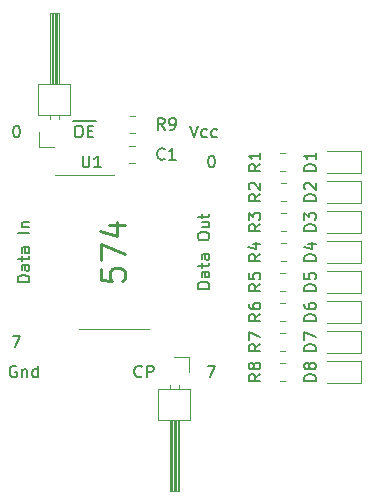
<source format=gbr>
%TF.GenerationSoftware,KiCad,Pcbnew,(5.1.9)-1*%
%TF.CreationDate,2023-01-12T13:49:32+03:00*%
%TF.ProjectId,STACK1,53544143-4b31-42e6-9b69-6361645f7063,rev?*%
%TF.SameCoordinates,Original*%
%TF.FileFunction,Legend,Top*%
%TF.FilePolarity,Positive*%
%FSLAX46Y46*%
G04 Gerber Fmt 4.6, Leading zero omitted, Abs format (unit mm)*
G04 Created by KiCad (PCBNEW (5.1.9)-1) date 2023-01-12 13:49:32*
%MOMM*%
%LPD*%
G01*
G04 APERTURE LIST*
%ADD10C,0.250000*%
%ADD11C,0.150000*%
%ADD12C,0.120000*%
G04 APERTURE END LIST*
D10*
X59864761Y-39528571D02*
X59864761Y-40480952D01*
X60817142Y-40576190D01*
X60721904Y-40480952D01*
X60626666Y-40290476D01*
X60626666Y-39814285D01*
X60721904Y-39623809D01*
X60817142Y-39528571D01*
X61007619Y-39433333D01*
X61483809Y-39433333D01*
X61674285Y-39528571D01*
X61769523Y-39623809D01*
X61864761Y-39814285D01*
X61864761Y-40290476D01*
X61769523Y-40480952D01*
X61674285Y-40576190D01*
X59864761Y-38766666D02*
X59864761Y-37433333D01*
X61864761Y-38290476D01*
X60531428Y-35814285D02*
X61864761Y-35814285D01*
X59769523Y-36290476D02*
X61198095Y-36766666D01*
X61198095Y-35528571D01*
D11*
X68881666Y-47712380D02*
X69548333Y-47712380D01*
X69119761Y-48712380D01*
X52371666Y-45172380D02*
X53038333Y-45172380D01*
X52609761Y-46172380D01*
X69167380Y-29932380D02*
X69262619Y-29932380D01*
X69357857Y-29980000D01*
X69405476Y-30027619D01*
X69453095Y-30122857D01*
X69500714Y-30313333D01*
X69500714Y-30551428D01*
X69453095Y-30741904D01*
X69405476Y-30837142D01*
X69357857Y-30884761D01*
X69262619Y-30932380D01*
X69167380Y-30932380D01*
X69072142Y-30884761D01*
X69024523Y-30837142D01*
X68976904Y-30741904D01*
X68929285Y-30551428D01*
X68929285Y-30313333D01*
X68976904Y-30122857D01*
X69024523Y-30027619D01*
X69072142Y-29980000D01*
X69167380Y-29932380D01*
X52657380Y-27392380D02*
X52752619Y-27392380D01*
X52847857Y-27440000D01*
X52895476Y-27487619D01*
X52943095Y-27582857D01*
X52990714Y-27773333D01*
X52990714Y-28011428D01*
X52943095Y-28201904D01*
X52895476Y-28297142D01*
X52847857Y-28344761D01*
X52752619Y-28392380D01*
X52657380Y-28392380D01*
X52562142Y-28344761D01*
X52514523Y-28297142D01*
X52466904Y-28201904D01*
X52419285Y-28011428D01*
X52419285Y-27773333D01*
X52466904Y-27582857D01*
X52514523Y-27487619D01*
X52562142Y-27440000D01*
X52657380Y-27392380D01*
X69032380Y-41195238D02*
X68032380Y-41195238D01*
X68032380Y-40957142D01*
X68080000Y-40814285D01*
X68175238Y-40719047D01*
X68270476Y-40671428D01*
X68460952Y-40623809D01*
X68603809Y-40623809D01*
X68794285Y-40671428D01*
X68889523Y-40719047D01*
X68984761Y-40814285D01*
X69032380Y-40957142D01*
X69032380Y-41195238D01*
X69032380Y-39766666D02*
X68508571Y-39766666D01*
X68413333Y-39814285D01*
X68365714Y-39909523D01*
X68365714Y-40100000D01*
X68413333Y-40195238D01*
X68984761Y-39766666D02*
X69032380Y-39861904D01*
X69032380Y-40100000D01*
X68984761Y-40195238D01*
X68889523Y-40242857D01*
X68794285Y-40242857D01*
X68699047Y-40195238D01*
X68651428Y-40100000D01*
X68651428Y-39861904D01*
X68603809Y-39766666D01*
X68365714Y-39433333D02*
X68365714Y-39052380D01*
X68032380Y-39290476D02*
X68889523Y-39290476D01*
X68984761Y-39242857D01*
X69032380Y-39147619D01*
X69032380Y-39052380D01*
X69032380Y-38290476D02*
X68508571Y-38290476D01*
X68413333Y-38338095D01*
X68365714Y-38433333D01*
X68365714Y-38623809D01*
X68413333Y-38719047D01*
X68984761Y-38290476D02*
X69032380Y-38385714D01*
X69032380Y-38623809D01*
X68984761Y-38719047D01*
X68889523Y-38766666D01*
X68794285Y-38766666D01*
X68699047Y-38719047D01*
X68651428Y-38623809D01*
X68651428Y-38385714D01*
X68603809Y-38290476D01*
X68032380Y-36861904D02*
X68032380Y-36671428D01*
X68080000Y-36576190D01*
X68175238Y-36480952D01*
X68365714Y-36433333D01*
X68699047Y-36433333D01*
X68889523Y-36480952D01*
X68984761Y-36576190D01*
X69032380Y-36671428D01*
X69032380Y-36861904D01*
X68984761Y-36957142D01*
X68889523Y-37052380D01*
X68699047Y-37100000D01*
X68365714Y-37100000D01*
X68175238Y-37052380D01*
X68080000Y-36957142D01*
X68032380Y-36861904D01*
X68365714Y-35576190D02*
X69032380Y-35576190D01*
X68365714Y-36004761D02*
X68889523Y-36004761D01*
X68984761Y-35957142D01*
X69032380Y-35861904D01*
X69032380Y-35719047D01*
X68984761Y-35623809D01*
X68937142Y-35576190D01*
X68365714Y-35242857D02*
X68365714Y-34861904D01*
X68032380Y-35100000D02*
X68889523Y-35100000D01*
X68984761Y-35052380D01*
X69032380Y-34957142D01*
X69032380Y-34861904D01*
X53792380Y-40623809D02*
X52792380Y-40623809D01*
X52792380Y-40385714D01*
X52840000Y-40242857D01*
X52935238Y-40147619D01*
X53030476Y-40100000D01*
X53220952Y-40052380D01*
X53363809Y-40052380D01*
X53554285Y-40100000D01*
X53649523Y-40147619D01*
X53744761Y-40242857D01*
X53792380Y-40385714D01*
X53792380Y-40623809D01*
X53792380Y-39195238D02*
X53268571Y-39195238D01*
X53173333Y-39242857D01*
X53125714Y-39338095D01*
X53125714Y-39528571D01*
X53173333Y-39623809D01*
X53744761Y-39195238D02*
X53792380Y-39290476D01*
X53792380Y-39528571D01*
X53744761Y-39623809D01*
X53649523Y-39671428D01*
X53554285Y-39671428D01*
X53459047Y-39623809D01*
X53411428Y-39528571D01*
X53411428Y-39290476D01*
X53363809Y-39195238D01*
X53125714Y-38861904D02*
X53125714Y-38480952D01*
X52792380Y-38719047D02*
X53649523Y-38719047D01*
X53744761Y-38671428D01*
X53792380Y-38576190D01*
X53792380Y-38480952D01*
X53792380Y-37719047D02*
X53268571Y-37719047D01*
X53173333Y-37766666D01*
X53125714Y-37861904D01*
X53125714Y-38052380D01*
X53173333Y-38147619D01*
X53744761Y-37719047D02*
X53792380Y-37814285D01*
X53792380Y-38052380D01*
X53744761Y-38147619D01*
X53649523Y-38195238D01*
X53554285Y-38195238D01*
X53459047Y-38147619D01*
X53411428Y-38052380D01*
X53411428Y-37814285D01*
X53363809Y-37719047D01*
X53792380Y-36480952D02*
X52792380Y-36480952D01*
X53125714Y-36004761D02*
X53792380Y-36004761D01*
X53220952Y-36004761D02*
X53173333Y-35957142D01*
X53125714Y-35861904D01*
X53125714Y-35719047D01*
X53173333Y-35623809D01*
X53268571Y-35576190D01*
X53792380Y-35576190D01*
X67389523Y-27392380D02*
X67722857Y-28392380D01*
X68056190Y-27392380D01*
X68818095Y-28344761D02*
X68722857Y-28392380D01*
X68532380Y-28392380D01*
X68437142Y-28344761D01*
X68389523Y-28297142D01*
X68341904Y-28201904D01*
X68341904Y-27916190D01*
X68389523Y-27820952D01*
X68437142Y-27773333D01*
X68532380Y-27725714D01*
X68722857Y-27725714D01*
X68818095Y-27773333D01*
X69675238Y-28344761D02*
X69580000Y-28392380D01*
X69389523Y-28392380D01*
X69294285Y-28344761D01*
X69246666Y-28297142D01*
X69199047Y-28201904D01*
X69199047Y-27916190D01*
X69246666Y-27820952D01*
X69294285Y-27773333D01*
X69389523Y-27725714D01*
X69580000Y-27725714D01*
X69675238Y-27773333D01*
X52697142Y-47760000D02*
X52601904Y-47712380D01*
X52459047Y-47712380D01*
X52316190Y-47760000D01*
X52220952Y-47855238D01*
X52173333Y-47950476D01*
X52125714Y-48140952D01*
X52125714Y-48283809D01*
X52173333Y-48474285D01*
X52220952Y-48569523D01*
X52316190Y-48664761D01*
X52459047Y-48712380D01*
X52554285Y-48712380D01*
X52697142Y-48664761D01*
X52744761Y-48617142D01*
X52744761Y-48283809D01*
X52554285Y-48283809D01*
X53173333Y-48045714D02*
X53173333Y-48712380D01*
X53173333Y-48140952D02*
X53220952Y-48093333D01*
X53316190Y-48045714D01*
X53459047Y-48045714D01*
X53554285Y-48093333D01*
X53601904Y-48188571D01*
X53601904Y-48712380D01*
X54506666Y-48712380D02*
X54506666Y-47712380D01*
X54506666Y-48664761D02*
X54411428Y-48712380D01*
X54220952Y-48712380D01*
X54125714Y-48664761D01*
X54078095Y-48617142D01*
X54030476Y-48521904D01*
X54030476Y-48236190D01*
X54078095Y-48140952D01*
X54125714Y-48093333D01*
X54220952Y-48045714D01*
X54411428Y-48045714D01*
X54506666Y-48093333D01*
X63309523Y-48617142D02*
X63261904Y-48664761D01*
X63119047Y-48712380D01*
X63023809Y-48712380D01*
X62880952Y-48664761D01*
X62785714Y-48569523D01*
X62738095Y-48474285D01*
X62690476Y-48283809D01*
X62690476Y-48140952D01*
X62738095Y-47950476D01*
X62785714Y-47855238D01*
X62880952Y-47760000D01*
X63023809Y-47712380D01*
X63119047Y-47712380D01*
X63261904Y-47760000D01*
X63309523Y-47807619D01*
X63738095Y-48712380D02*
X63738095Y-47712380D01*
X64119047Y-47712380D01*
X64214285Y-47760000D01*
X64261904Y-47807619D01*
X64309523Y-47902857D01*
X64309523Y-48045714D01*
X64261904Y-48140952D01*
X64214285Y-48188571D01*
X64119047Y-48236190D01*
X63738095Y-48236190D01*
X57443809Y-27025000D02*
X58491428Y-27025000D01*
X57872380Y-27392380D02*
X58062857Y-27392380D01*
X58158095Y-27440000D01*
X58253333Y-27535238D01*
X58300952Y-27725714D01*
X58300952Y-28059047D01*
X58253333Y-28249523D01*
X58158095Y-28344761D01*
X58062857Y-28392380D01*
X57872380Y-28392380D01*
X57777142Y-28344761D01*
X57681904Y-28249523D01*
X57634285Y-28059047D01*
X57634285Y-27725714D01*
X57681904Y-27535238D01*
X57777142Y-27440000D01*
X57872380Y-27392380D01*
X58491428Y-27025000D02*
X59396190Y-27025000D01*
X58729523Y-27868571D02*
X59062857Y-27868571D01*
X59205714Y-28392380D02*
X58729523Y-28392380D01*
X58729523Y-27392380D01*
X59205714Y-27392380D01*
D12*
%TO.C,R9*%
X62272936Y-28040000D02*
X62727064Y-28040000D01*
X62272936Y-26570000D02*
X62727064Y-26570000D01*
%TO.C,J4*%
X54550000Y-26500000D02*
X57210000Y-26500000D01*
X57210000Y-26500000D02*
X57210000Y-23840000D01*
X57210000Y-23840000D02*
X54550000Y-23840000D01*
X54550000Y-23840000D02*
X54550000Y-26500000D01*
X55500000Y-23840000D02*
X55500000Y-17840000D01*
X55500000Y-17840000D02*
X56260000Y-17840000D01*
X56260000Y-17840000D02*
X56260000Y-23840000D01*
X55560000Y-23840000D02*
X55560000Y-17840000D01*
X55680000Y-23840000D02*
X55680000Y-17840000D01*
X55800000Y-23840000D02*
X55800000Y-17840000D01*
X55920000Y-23840000D02*
X55920000Y-17840000D01*
X56040000Y-23840000D02*
X56040000Y-17840000D01*
X56160000Y-23840000D02*
X56160000Y-17840000D01*
X55500000Y-26830000D02*
X55500000Y-26500000D01*
X56260000Y-26830000D02*
X56260000Y-26500000D01*
X55880000Y-29210000D02*
X54610000Y-29210000D01*
X54610000Y-29210000D02*
X54610000Y-27940000D01*
%TO.C,J3*%
X67370000Y-49700000D02*
X64710000Y-49700000D01*
X64710000Y-49700000D02*
X64710000Y-52360000D01*
X64710000Y-52360000D02*
X67370000Y-52360000D01*
X67370000Y-52360000D02*
X67370000Y-49700000D01*
X66420000Y-52360000D02*
X66420000Y-58360000D01*
X66420000Y-58360000D02*
X65660000Y-58360000D01*
X65660000Y-58360000D02*
X65660000Y-52360000D01*
X66360000Y-52360000D02*
X66360000Y-58360000D01*
X66240000Y-52360000D02*
X66240000Y-58360000D01*
X66120000Y-52360000D02*
X66120000Y-58360000D01*
X66000000Y-52360000D02*
X66000000Y-58360000D01*
X65880000Y-52360000D02*
X65880000Y-58360000D01*
X65760000Y-52360000D02*
X65760000Y-58360000D01*
X66420000Y-49370000D02*
X66420000Y-49700000D01*
X65660000Y-49370000D02*
X65660000Y-49700000D01*
X66040000Y-46990000D02*
X67310000Y-46990000D01*
X67310000Y-46990000D02*
X67310000Y-48260000D01*
%TO.C,C1*%
X62723752Y-30580000D02*
X62201248Y-30580000D01*
X62723752Y-29110000D02*
X62201248Y-29110000D01*
%TO.C,D1*%
X79010000Y-31440000D02*
X81870000Y-31440000D01*
X81870000Y-31440000D02*
X81870000Y-29520000D01*
X81870000Y-29520000D02*
X79010000Y-29520000D01*
%TO.C,D2*%
X79010000Y-33980000D02*
X81870000Y-33980000D01*
X81870000Y-33980000D02*
X81870000Y-32060000D01*
X81870000Y-32060000D02*
X79010000Y-32060000D01*
%TO.C,D3*%
X81870000Y-34600000D02*
X79010000Y-34600000D01*
X81870000Y-36520000D02*
X81870000Y-34600000D01*
X79010000Y-36520000D02*
X81870000Y-36520000D01*
%TO.C,D4*%
X79010000Y-39060000D02*
X81870000Y-39060000D01*
X81870000Y-39060000D02*
X81870000Y-37140000D01*
X81870000Y-37140000D02*
X79010000Y-37140000D01*
%TO.C,D5*%
X81870000Y-39680000D02*
X79010000Y-39680000D01*
X81870000Y-41600000D02*
X81870000Y-39680000D01*
X79010000Y-41600000D02*
X81870000Y-41600000D01*
%TO.C,D6*%
X81870000Y-42220000D02*
X79010000Y-42220000D01*
X81870000Y-44140000D02*
X81870000Y-42220000D01*
X79010000Y-44140000D02*
X81870000Y-44140000D01*
%TO.C,D7*%
X81870000Y-44760000D02*
X79010000Y-44760000D01*
X81870000Y-46680000D02*
X81870000Y-44760000D01*
X79010000Y-46680000D02*
X81870000Y-46680000D01*
%TO.C,D8*%
X79010000Y-49220000D02*
X81870000Y-49220000D01*
X81870000Y-49220000D02*
X81870000Y-47300000D01*
X81870000Y-47300000D02*
X79010000Y-47300000D01*
%TO.C,R1*%
X75427064Y-31215000D02*
X74972936Y-31215000D01*
X75427064Y-29745000D02*
X74972936Y-29745000D01*
%TO.C,R2*%
X75522064Y-33755000D02*
X75067936Y-33755000D01*
X75522064Y-32285000D02*
X75067936Y-32285000D01*
%TO.C,R3*%
X75522064Y-34825000D02*
X75067936Y-34825000D01*
X75522064Y-36295000D02*
X75067936Y-36295000D01*
%TO.C,R4*%
X75522064Y-37365000D02*
X75067936Y-37365000D01*
X75522064Y-38835000D02*
X75067936Y-38835000D01*
%TO.C,R5*%
X75427064Y-41375000D02*
X74972936Y-41375000D01*
X75427064Y-39905000D02*
X74972936Y-39905000D01*
%TO.C,R6*%
X75427064Y-42445000D02*
X74972936Y-42445000D01*
X75427064Y-43915000D02*
X74972936Y-43915000D01*
%TO.C,R7*%
X75427064Y-44985000D02*
X74972936Y-44985000D01*
X75427064Y-46455000D02*
X74972936Y-46455000D01*
%TO.C,R8*%
X75427064Y-48995000D02*
X74972936Y-48995000D01*
X75427064Y-47525000D02*
X74972936Y-47525000D01*
%TO.C,U1*%
X57960000Y-44630000D02*
X63960000Y-44630000D01*
X55960000Y-31570000D02*
X60960000Y-31570000D01*
%TO.C,R9*%
D11*
X65238333Y-27757380D02*
X64905000Y-27281190D01*
X64666904Y-27757380D02*
X64666904Y-26757380D01*
X65047857Y-26757380D01*
X65143095Y-26805000D01*
X65190714Y-26852619D01*
X65238333Y-26947857D01*
X65238333Y-27090714D01*
X65190714Y-27185952D01*
X65143095Y-27233571D01*
X65047857Y-27281190D01*
X64666904Y-27281190D01*
X65714523Y-27757380D02*
X65905000Y-27757380D01*
X66000238Y-27709761D01*
X66047857Y-27662142D01*
X66143095Y-27519285D01*
X66190714Y-27328809D01*
X66190714Y-26947857D01*
X66143095Y-26852619D01*
X66095476Y-26805000D01*
X66000238Y-26757380D01*
X65809761Y-26757380D01*
X65714523Y-26805000D01*
X65666904Y-26852619D01*
X65619285Y-26947857D01*
X65619285Y-27185952D01*
X65666904Y-27281190D01*
X65714523Y-27328809D01*
X65809761Y-27376428D01*
X66000238Y-27376428D01*
X66095476Y-27328809D01*
X66143095Y-27281190D01*
X66190714Y-27185952D01*
%TO.C,C1*%
X65238333Y-30202142D02*
X65190714Y-30249761D01*
X65047857Y-30297380D01*
X64952619Y-30297380D01*
X64809761Y-30249761D01*
X64714523Y-30154523D01*
X64666904Y-30059285D01*
X64619285Y-29868809D01*
X64619285Y-29725952D01*
X64666904Y-29535476D01*
X64714523Y-29440238D01*
X64809761Y-29345000D01*
X64952619Y-29297380D01*
X65047857Y-29297380D01*
X65190714Y-29345000D01*
X65238333Y-29392619D01*
X66190714Y-30297380D02*
X65619285Y-30297380D01*
X65905000Y-30297380D02*
X65905000Y-29297380D01*
X65809761Y-29440238D01*
X65714523Y-29535476D01*
X65619285Y-29583095D01*
%TO.C,D1*%
X78049380Y-31218095D02*
X77049380Y-31218095D01*
X77049380Y-30980000D01*
X77097000Y-30837142D01*
X77192238Y-30741904D01*
X77287476Y-30694285D01*
X77477952Y-30646666D01*
X77620809Y-30646666D01*
X77811285Y-30694285D01*
X77906523Y-30741904D01*
X78001761Y-30837142D01*
X78049380Y-30980000D01*
X78049380Y-31218095D01*
X78049380Y-29694285D02*
X78049380Y-30265714D01*
X78049380Y-29980000D02*
X77049380Y-29980000D01*
X77192238Y-30075238D01*
X77287476Y-30170476D01*
X77335095Y-30265714D01*
%TO.C,D2*%
X78049380Y-33758095D02*
X77049380Y-33758095D01*
X77049380Y-33520000D01*
X77097000Y-33377142D01*
X77192238Y-33281904D01*
X77287476Y-33234285D01*
X77477952Y-33186666D01*
X77620809Y-33186666D01*
X77811285Y-33234285D01*
X77906523Y-33281904D01*
X78001761Y-33377142D01*
X78049380Y-33520000D01*
X78049380Y-33758095D01*
X77144619Y-32805714D02*
X77097000Y-32758095D01*
X77049380Y-32662857D01*
X77049380Y-32424761D01*
X77097000Y-32329523D01*
X77144619Y-32281904D01*
X77239857Y-32234285D01*
X77335095Y-32234285D01*
X77477952Y-32281904D01*
X78049380Y-32853333D01*
X78049380Y-32234285D01*
%TO.C,D3*%
X78049380Y-36298095D02*
X77049380Y-36298095D01*
X77049380Y-36060000D01*
X77097000Y-35917142D01*
X77192238Y-35821904D01*
X77287476Y-35774285D01*
X77477952Y-35726666D01*
X77620809Y-35726666D01*
X77811285Y-35774285D01*
X77906523Y-35821904D01*
X78001761Y-35917142D01*
X78049380Y-36060000D01*
X78049380Y-36298095D01*
X77049380Y-35393333D02*
X77049380Y-34774285D01*
X77430333Y-35107619D01*
X77430333Y-34964761D01*
X77477952Y-34869523D01*
X77525571Y-34821904D01*
X77620809Y-34774285D01*
X77858904Y-34774285D01*
X77954142Y-34821904D01*
X78001761Y-34869523D01*
X78049380Y-34964761D01*
X78049380Y-35250476D01*
X78001761Y-35345714D01*
X77954142Y-35393333D01*
%TO.C,D4*%
X78049380Y-38838095D02*
X77049380Y-38838095D01*
X77049380Y-38600000D01*
X77097000Y-38457142D01*
X77192238Y-38361904D01*
X77287476Y-38314285D01*
X77477952Y-38266666D01*
X77620809Y-38266666D01*
X77811285Y-38314285D01*
X77906523Y-38361904D01*
X78001761Y-38457142D01*
X78049380Y-38600000D01*
X78049380Y-38838095D01*
X77382714Y-37409523D02*
X78049380Y-37409523D01*
X77001761Y-37647619D02*
X77716047Y-37885714D01*
X77716047Y-37266666D01*
%TO.C,D5*%
X78049380Y-41378095D02*
X77049380Y-41378095D01*
X77049380Y-41140000D01*
X77097000Y-40997142D01*
X77192238Y-40901904D01*
X77287476Y-40854285D01*
X77477952Y-40806666D01*
X77620809Y-40806666D01*
X77811285Y-40854285D01*
X77906523Y-40901904D01*
X78001761Y-40997142D01*
X78049380Y-41140000D01*
X78049380Y-41378095D01*
X77049380Y-39901904D02*
X77049380Y-40378095D01*
X77525571Y-40425714D01*
X77477952Y-40378095D01*
X77430333Y-40282857D01*
X77430333Y-40044761D01*
X77477952Y-39949523D01*
X77525571Y-39901904D01*
X77620809Y-39854285D01*
X77858904Y-39854285D01*
X77954142Y-39901904D01*
X78001761Y-39949523D01*
X78049380Y-40044761D01*
X78049380Y-40282857D01*
X78001761Y-40378095D01*
X77954142Y-40425714D01*
%TO.C,D6*%
X78049380Y-43918095D02*
X77049380Y-43918095D01*
X77049380Y-43680000D01*
X77097000Y-43537142D01*
X77192238Y-43441904D01*
X77287476Y-43394285D01*
X77477952Y-43346666D01*
X77620809Y-43346666D01*
X77811285Y-43394285D01*
X77906523Y-43441904D01*
X78001761Y-43537142D01*
X78049380Y-43680000D01*
X78049380Y-43918095D01*
X77049380Y-42489523D02*
X77049380Y-42680000D01*
X77097000Y-42775238D01*
X77144619Y-42822857D01*
X77287476Y-42918095D01*
X77477952Y-42965714D01*
X77858904Y-42965714D01*
X77954142Y-42918095D01*
X78001761Y-42870476D01*
X78049380Y-42775238D01*
X78049380Y-42584761D01*
X78001761Y-42489523D01*
X77954142Y-42441904D01*
X77858904Y-42394285D01*
X77620809Y-42394285D01*
X77525571Y-42441904D01*
X77477952Y-42489523D01*
X77430333Y-42584761D01*
X77430333Y-42775238D01*
X77477952Y-42870476D01*
X77525571Y-42918095D01*
X77620809Y-42965714D01*
%TO.C,D7*%
X78049380Y-46458095D02*
X77049380Y-46458095D01*
X77049380Y-46220000D01*
X77097000Y-46077142D01*
X77192238Y-45981904D01*
X77287476Y-45934285D01*
X77477952Y-45886666D01*
X77620809Y-45886666D01*
X77811285Y-45934285D01*
X77906523Y-45981904D01*
X78001761Y-46077142D01*
X78049380Y-46220000D01*
X78049380Y-46458095D01*
X77049380Y-45553333D02*
X77049380Y-44886666D01*
X78049380Y-45315238D01*
%TO.C,D8*%
X78049380Y-48998095D02*
X77049380Y-48998095D01*
X77049380Y-48760000D01*
X77097000Y-48617142D01*
X77192238Y-48521904D01*
X77287476Y-48474285D01*
X77477952Y-48426666D01*
X77620809Y-48426666D01*
X77811285Y-48474285D01*
X77906523Y-48521904D01*
X78001761Y-48617142D01*
X78049380Y-48760000D01*
X78049380Y-48998095D01*
X77477952Y-47855238D02*
X77430333Y-47950476D01*
X77382714Y-47998095D01*
X77287476Y-48045714D01*
X77239857Y-48045714D01*
X77144619Y-47998095D01*
X77097000Y-47950476D01*
X77049380Y-47855238D01*
X77049380Y-47664761D01*
X77097000Y-47569523D01*
X77144619Y-47521904D01*
X77239857Y-47474285D01*
X77287476Y-47474285D01*
X77382714Y-47521904D01*
X77430333Y-47569523D01*
X77477952Y-47664761D01*
X77477952Y-47855238D01*
X77525571Y-47950476D01*
X77573190Y-47998095D01*
X77668428Y-48045714D01*
X77858904Y-48045714D01*
X77954142Y-47998095D01*
X78001761Y-47950476D01*
X78049380Y-47855238D01*
X78049380Y-47664761D01*
X78001761Y-47569523D01*
X77954142Y-47521904D01*
X77858904Y-47474285D01*
X77668428Y-47474285D01*
X77573190Y-47521904D01*
X77525571Y-47569523D01*
X77477952Y-47664761D01*
%TO.C,R1*%
X73350380Y-30646666D02*
X72874190Y-30980000D01*
X73350380Y-31218095D02*
X72350380Y-31218095D01*
X72350380Y-30837142D01*
X72398000Y-30741904D01*
X72445619Y-30694285D01*
X72540857Y-30646666D01*
X72683714Y-30646666D01*
X72778952Y-30694285D01*
X72826571Y-30741904D01*
X72874190Y-30837142D01*
X72874190Y-31218095D01*
X73350380Y-29694285D02*
X73350380Y-30265714D01*
X73350380Y-29980000D02*
X72350380Y-29980000D01*
X72493238Y-30075238D01*
X72588476Y-30170476D01*
X72636095Y-30265714D01*
%TO.C,R2*%
X73350380Y-33186666D02*
X72874190Y-33520000D01*
X73350380Y-33758095D02*
X72350380Y-33758095D01*
X72350380Y-33377142D01*
X72398000Y-33281904D01*
X72445619Y-33234285D01*
X72540857Y-33186666D01*
X72683714Y-33186666D01*
X72778952Y-33234285D01*
X72826571Y-33281904D01*
X72874190Y-33377142D01*
X72874190Y-33758095D01*
X72445619Y-32805714D02*
X72398000Y-32758095D01*
X72350380Y-32662857D01*
X72350380Y-32424761D01*
X72398000Y-32329523D01*
X72445619Y-32281904D01*
X72540857Y-32234285D01*
X72636095Y-32234285D01*
X72778952Y-32281904D01*
X73350380Y-32853333D01*
X73350380Y-32234285D01*
%TO.C,R3*%
X73350380Y-35726666D02*
X72874190Y-36060000D01*
X73350380Y-36298095D02*
X72350380Y-36298095D01*
X72350380Y-35917142D01*
X72398000Y-35821904D01*
X72445619Y-35774285D01*
X72540857Y-35726666D01*
X72683714Y-35726666D01*
X72778952Y-35774285D01*
X72826571Y-35821904D01*
X72874190Y-35917142D01*
X72874190Y-36298095D01*
X72350380Y-35393333D02*
X72350380Y-34774285D01*
X72731333Y-35107619D01*
X72731333Y-34964761D01*
X72778952Y-34869523D01*
X72826571Y-34821904D01*
X72921809Y-34774285D01*
X73159904Y-34774285D01*
X73255142Y-34821904D01*
X73302761Y-34869523D01*
X73350380Y-34964761D01*
X73350380Y-35250476D01*
X73302761Y-35345714D01*
X73255142Y-35393333D01*
%TO.C,R4*%
X73350380Y-38266666D02*
X72874190Y-38600000D01*
X73350380Y-38838095D02*
X72350380Y-38838095D01*
X72350380Y-38457142D01*
X72398000Y-38361904D01*
X72445619Y-38314285D01*
X72540857Y-38266666D01*
X72683714Y-38266666D01*
X72778952Y-38314285D01*
X72826571Y-38361904D01*
X72874190Y-38457142D01*
X72874190Y-38838095D01*
X72683714Y-37409523D02*
X73350380Y-37409523D01*
X72302761Y-37647619D02*
X73017047Y-37885714D01*
X73017047Y-37266666D01*
%TO.C,R5*%
X73350380Y-40806666D02*
X72874190Y-41140000D01*
X73350380Y-41378095D02*
X72350380Y-41378095D01*
X72350380Y-40997142D01*
X72398000Y-40901904D01*
X72445619Y-40854285D01*
X72540857Y-40806666D01*
X72683714Y-40806666D01*
X72778952Y-40854285D01*
X72826571Y-40901904D01*
X72874190Y-40997142D01*
X72874190Y-41378095D01*
X72350380Y-39901904D02*
X72350380Y-40378095D01*
X72826571Y-40425714D01*
X72778952Y-40378095D01*
X72731333Y-40282857D01*
X72731333Y-40044761D01*
X72778952Y-39949523D01*
X72826571Y-39901904D01*
X72921809Y-39854285D01*
X73159904Y-39854285D01*
X73255142Y-39901904D01*
X73302761Y-39949523D01*
X73350380Y-40044761D01*
X73350380Y-40282857D01*
X73302761Y-40378095D01*
X73255142Y-40425714D01*
%TO.C,R6*%
X73350380Y-43346666D02*
X72874190Y-43680000D01*
X73350380Y-43918095D02*
X72350380Y-43918095D01*
X72350380Y-43537142D01*
X72398000Y-43441904D01*
X72445619Y-43394285D01*
X72540857Y-43346666D01*
X72683714Y-43346666D01*
X72778952Y-43394285D01*
X72826571Y-43441904D01*
X72874190Y-43537142D01*
X72874190Y-43918095D01*
X72350380Y-42489523D02*
X72350380Y-42680000D01*
X72398000Y-42775238D01*
X72445619Y-42822857D01*
X72588476Y-42918095D01*
X72778952Y-42965714D01*
X73159904Y-42965714D01*
X73255142Y-42918095D01*
X73302761Y-42870476D01*
X73350380Y-42775238D01*
X73350380Y-42584761D01*
X73302761Y-42489523D01*
X73255142Y-42441904D01*
X73159904Y-42394285D01*
X72921809Y-42394285D01*
X72826571Y-42441904D01*
X72778952Y-42489523D01*
X72731333Y-42584761D01*
X72731333Y-42775238D01*
X72778952Y-42870476D01*
X72826571Y-42918095D01*
X72921809Y-42965714D01*
%TO.C,R7*%
X73350380Y-45886666D02*
X72874190Y-46220000D01*
X73350380Y-46458095D02*
X72350380Y-46458095D01*
X72350380Y-46077142D01*
X72398000Y-45981904D01*
X72445619Y-45934285D01*
X72540857Y-45886666D01*
X72683714Y-45886666D01*
X72778952Y-45934285D01*
X72826571Y-45981904D01*
X72874190Y-46077142D01*
X72874190Y-46458095D01*
X72350380Y-45553333D02*
X72350380Y-44886666D01*
X73350380Y-45315238D01*
%TO.C,R8*%
X73350380Y-48426666D02*
X72874190Y-48760000D01*
X73350380Y-48998095D02*
X72350380Y-48998095D01*
X72350380Y-48617142D01*
X72398000Y-48521904D01*
X72445619Y-48474285D01*
X72540857Y-48426666D01*
X72683714Y-48426666D01*
X72778952Y-48474285D01*
X72826571Y-48521904D01*
X72874190Y-48617142D01*
X72874190Y-48998095D01*
X72778952Y-47855238D02*
X72731333Y-47950476D01*
X72683714Y-47998095D01*
X72588476Y-48045714D01*
X72540857Y-48045714D01*
X72445619Y-47998095D01*
X72398000Y-47950476D01*
X72350380Y-47855238D01*
X72350380Y-47664761D01*
X72398000Y-47569523D01*
X72445619Y-47521904D01*
X72540857Y-47474285D01*
X72588476Y-47474285D01*
X72683714Y-47521904D01*
X72731333Y-47569523D01*
X72778952Y-47664761D01*
X72778952Y-47855238D01*
X72826571Y-47950476D01*
X72874190Y-47998095D01*
X72969428Y-48045714D01*
X73159904Y-48045714D01*
X73255142Y-47998095D01*
X73302761Y-47950476D01*
X73350380Y-47855238D01*
X73350380Y-47664761D01*
X73302761Y-47569523D01*
X73255142Y-47521904D01*
X73159904Y-47474285D01*
X72969428Y-47474285D01*
X72874190Y-47521904D01*
X72826571Y-47569523D01*
X72778952Y-47664761D01*
%TO.C,U1*%
X58293095Y-29932380D02*
X58293095Y-30741904D01*
X58340714Y-30837142D01*
X58388333Y-30884761D01*
X58483571Y-30932380D01*
X58674047Y-30932380D01*
X58769285Y-30884761D01*
X58816904Y-30837142D01*
X58864523Y-30741904D01*
X58864523Y-29932380D01*
X59864523Y-30932380D02*
X59293095Y-30932380D01*
X59578809Y-30932380D02*
X59578809Y-29932380D01*
X59483571Y-30075238D01*
X59388333Y-30170476D01*
X59293095Y-30218095D01*
%TD*%
M02*

</source>
